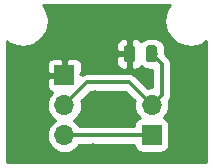
<source format=gbr>
G04 #@! TF.GenerationSoftware,KiCad,Pcbnew,(5.0.1)-4*
G04 #@! TF.CreationDate,2019-11-20T14:17:43-05:00*
G04 #@! TF.ProjectId,photodiode,70686F746F64696F64652E6B69636164,rev?*
G04 #@! TF.SameCoordinates,Original*
G04 #@! TF.FileFunction,Copper,L1,Top,Signal*
G04 #@! TF.FilePolarity,Positive*
%FSLAX46Y46*%
G04 Gerber Fmt 4.6, Leading zero omitted, Abs format (unit mm)*
G04 Created by KiCad (PCBNEW (5.0.1)-4) date 11/20/2019 2:17:43 PM*
%MOMM*%
%LPD*%
G01*
G04 APERTURE LIST*
G04 #@! TA.AperFunction,ComponentPad*
%ADD10R,1.700000X1.700000*%
G04 #@! TD*
G04 #@! TA.AperFunction,ComponentPad*
%ADD11O,1.700000X1.700000*%
G04 #@! TD*
G04 #@! TA.AperFunction,Conductor*
%ADD12C,0.100000*%
G04 #@! TD*
G04 #@! TA.AperFunction,SMDPad,CuDef*
%ADD13C,0.975000*%
G04 #@! TD*
G04 #@! TA.AperFunction,ViaPad*
%ADD14C,0.800000*%
G04 #@! TD*
G04 #@! TA.AperFunction,Conductor*
%ADD15C,0.250000*%
G04 #@! TD*
G04 #@! TA.AperFunction,Conductor*
%ADD16C,0.304800*%
G04 #@! TD*
G04 #@! TA.AperFunction,Conductor*
%ADD17C,0.254000*%
G04 #@! TD*
G04 APERTURE END LIST*
D10*
G04 #@! TO.P,D1,1*
G04 #@! TO.N,VCC*
X111528860Y-76733400D03*
D11*
G04 #@! TO.P,D1,2*
G04 #@! TO.N,/A0*
X111528860Y-74193400D03*
G04 #@! TD*
D10*
G04 #@! TO.P,J1,1*
G04 #@! TO.N,GND*
X104140000Y-71675001D03*
D11*
G04 #@! TO.P,J1,2*
G04 #@! TO.N,/A0*
X104140000Y-74215001D03*
G04 #@! TO.P,J1,3*
G04 #@! TO.N,VCC*
X104140000Y-76755001D03*
G04 #@! TD*
D12*
G04 #@! TO.N,GND*
G04 #@! TO.C,R1*
G36*
X109911582Y-69156254D02*
X109935243Y-69159764D01*
X109958447Y-69165576D01*
X109980969Y-69173634D01*
X110002593Y-69183862D01*
X110023110Y-69196159D01*
X110042323Y-69210409D01*
X110060047Y-69226473D01*
X110076111Y-69244197D01*
X110090361Y-69263410D01*
X110102658Y-69283927D01*
X110112886Y-69305551D01*
X110120944Y-69328073D01*
X110126756Y-69351277D01*
X110130266Y-69374938D01*
X110131440Y-69398830D01*
X110131440Y-70311330D01*
X110130266Y-70335222D01*
X110126756Y-70358883D01*
X110120944Y-70382087D01*
X110112886Y-70404609D01*
X110102658Y-70426233D01*
X110090361Y-70446750D01*
X110076111Y-70465963D01*
X110060047Y-70483687D01*
X110042323Y-70499751D01*
X110023110Y-70514001D01*
X110002593Y-70526298D01*
X109980969Y-70536526D01*
X109958447Y-70544584D01*
X109935243Y-70550396D01*
X109911582Y-70553906D01*
X109887690Y-70555080D01*
X109400190Y-70555080D01*
X109376298Y-70553906D01*
X109352637Y-70550396D01*
X109329433Y-70544584D01*
X109306911Y-70536526D01*
X109285287Y-70526298D01*
X109264770Y-70514001D01*
X109245557Y-70499751D01*
X109227833Y-70483687D01*
X109211769Y-70465963D01*
X109197519Y-70446750D01*
X109185222Y-70426233D01*
X109174994Y-70404609D01*
X109166936Y-70382087D01*
X109161124Y-70358883D01*
X109157614Y-70335222D01*
X109156440Y-70311330D01*
X109156440Y-69398830D01*
X109157614Y-69374938D01*
X109161124Y-69351277D01*
X109166936Y-69328073D01*
X109174994Y-69305551D01*
X109185222Y-69283927D01*
X109197519Y-69263410D01*
X109211769Y-69244197D01*
X109227833Y-69226473D01*
X109245557Y-69210409D01*
X109264770Y-69196159D01*
X109285287Y-69183862D01*
X109306911Y-69173634D01*
X109329433Y-69165576D01*
X109352637Y-69159764D01*
X109376298Y-69156254D01*
X109400190Y-69155080D01*
X109887690Y-69155080D01*
X109911582Y-69156254D01*
X109911582Y-69156254D01*
G37*
D13*
G04 #@! TD*
G04 #@! TO.P,R1,1*
G04 #@! TO.N,GND*
X109643940Y-69855080D03*
D12*
G04 #@! TO.N,/A0*
G04 #@! TO.C,R1*
G36*
X111786582Y-69156254D02*
X111810243Y-69159764D01*
X111833447Y-69165576D01*
X111855969Y-69173634D01*
X111877593Y-69183862D01*
X111898110Y-69196159D01*
X111917323Y-69210409D01*
X111935047Y-69226473D01*
X111951111Y-69244197D01*
X111965361Y-69263410D01*
X111977658Y-69283927D01*
X111987886Y-69305551D01*
X111995944Y-69328073D01*
X112001756Y-69351277D01*
X112005266Y-69374938D01*
X112006440Y-69398830D01*
X112006440Y-70311330D01*
X112005266Y-70335222D01*
X112001756Y-70358883D01*
X111995944Y-70382087D01*
X111987886Y-70404609D01*
X111977658Y-70426233D01*
X111965361Y-70446750D01*
X111951111Y-70465963D01*
X111935047Y-70483687D01*
X111917323Y-70499751D01*
X111898110Y-70514001D01*
X111877593Y-70526298D01*
X111855969Y-70536526D01*
X111833447Y-70544584D01*
X111810243Y-70550396D01*
X111786582Y-70553906D01*
X111762690Y-70555080D01*
X111275190Y-70555080D01*
X111251298Y-70553906D01*
X111227637Y-70550396D01*
X111204433Y-70544584D01*
X111181911Y-70536526D01*
X111160287Y-70526298D01*
X111139770Y-70514001D01*
X111120557Y-70499751D01*
X111102833Y-70483687D01*
X111086769Y-70465963D01*
X111072519Y-70446750D01*
X111060222Y-70426233D01*
X111049994Y-70404609D01*
X111041936Y-70382087D01*
X111036124Y-70358883D01*
X111032614Y-70335222D01*
X111031440Y-70311330D01*
X111031440Y-69398830D01*
X111032614Y-69374938D01*
X111036124Y-69351277D01*
X111041936Y-69328073D01*
X111049994Y-69305551D01*
X111060222Y-69283927D01*
X111072519Y-69263410D01*
X111086769Y-69244197D01*
X111102833Y-69226473D01*
X111120557Y-69210409D01*
X111139770Y-69196159D01*
X111160287Y-69183862D01*
X111181911Y-69173634D01*
X111204433Y-69165576D01*
X111227637Y-69159764D01*
X111251298Y-69156254D01*
X111275190Y-69155080D01*
X111762690Y-69155080D01*
X111786582Y-69156254D01*
X111786582Y-69156254D01*
G37*
D13*
G04 #@! TD*
G04 #@! TO.P,R1,2*
G04 #@! TO.N,/A0*
X111518940Y-69855080D03*
D14*
G04 #@! TO.N,GND*
X107866180Y-75316080D03*
X106573320Y-77861160D03*
X109197140Y-77952600D03*
X106738420Y-73350120D03*
X109004100Y-73400920D03*
X107955080Y-71122540D03*
G04 #@! TD*
D15*
G04 #@! TO.N,GND*
X104140000Y-70575001D02*
X104140000Y-71675001D01*
D16*
G04 #@! TO.N,/A0*
X112075177Y-70411317D02*
X111518940Y-69855080D01*
X112378859Y-70714999D02*
X112075177Y-70411317D01*
X112378859Y-73343401D02*
X112378859Y-70714999D01*
X111528860Y-74193400D02*
X112378859Y-73343401D01*
X104161601Y-74193400D02*
X104140000Y-74215001D01*
X104140000Y-74215001D02*
X106081841Y-72273160D01*
X109608620Y-72273160D02*
X111528860Y-74193400D01*
X106081841Y-72273160D02*
X109608620Y-72273160D01*
G04 #@! TO.N,VCC*
X111507259Y-76755001D02*
X111528860Y-76733400D01*
X104140000Y-76755001D02*
X111507259Y-76755001D01*
G04 #@! TD*
D17*
G04 #@! TO.N,GND*
G36*
X112946145Y-65856116D02*
X112748545Y-66240604D01*
X112629389Y-66656150D01*
X112593216Y-67086926D01*
X112641403Y-67516524D01*
X112772115Y-67928581D01*
X112980374Y-68307402D01*
X113258246Y-68638557D01*
X113595147Y-68909433D01*
X113978246Y-69109712D01*
X114392950Y-69231766D01*
X114823463Y-69270946D01*
X115253388Y-69225759D01*
X115666347Y-69097927D01*
X116046612Y-68892318D01*
X116145000Y-68810924D01*
X116145001Y-79061000D01*
X99247000Y-79061000D01*
X99247000Y-74215001D01*
X102647815Y-74215001D01*
X102676487Y-74506112D01*
X102761401Y-74786035D01*
X102899294Y-75044015D01*
X103084866Y-75270135D01*
X103310986Y-75455707D01*
X103365791Y-75485001D01*
X103310986Y-75514295D01*
X103084866Y-75699867D01*
X102899294Y-75925987D01*
X102761401Y-76183967D01*
X102676487Y-76463890D01*
X102647815Y-76755001D01*
X102676487Y-77046112D01*
X102761401Y-77326035D01*
X102899294Y-77584015D01*
X103084866Y-77810135D01*
X103310986Y-77995707D01*
X103568966Y-78133600D01*
X103848889Y-78218514D01*
X104067050Y-78240001D01*
X104212950Y-78240001D01*
X104431111Y-78218514D01*
X104711034Y-78133600D01*
X104969014Y-77995707D01*
X105195134Y-77810135D01*
X105380706Y-77584015D01*
X105402949Y-77542401D01*
X110040788Y-77542401D01*
X110040788Y-77583400D01*
X110053048Y-77707882D01*
X110089358Y-77827580D01*
X110148323Y-77937894D01*
X110227675Y-78034585D01*
X110324366Y-78113937D01*
X110434680Y-78172902D01*
X110554378Y-78209212D01*
X110678860Y-78221472D01*
X112378860Y-78221472D01*
X112503342Y-78209212D01*
X112623040Y-78172902D01*
X112733354Y-78113937D01*
X112830045Y-78034585D01*
X112909397Y-77937894D01*
X112968362Y-77827580D01*
X113004672Y-77707882D01*
X113016932Y-77583400D01*
X113016932Y-75883400D01*
X113004672Y-75758918D01*
X112968362Y-75639220D01*
X112909397Y-75528906D01*
X112830045Y-75432215D01*
X112733354Y-75352863D01*
X112623040Y-75293898D01*
X112554173Y-75273007D01*
X112583994Y-75248534D01*
X112769566Y-75022414D01*
X112907459Y-74764434D01*
X112992373Y-74484511D01*
X113021045Y-74193400D01*
X112992373Y-73902289D01*
X112977916Y-73854632D01*
X113036725Y-73782973D01*
X113109841Y-73646184D01*
X113154865Y-73497758D01*
X113166259Y-73382074D01*
X113166259Y-73382065D01*
X113170067Y-73343402D01*
X113166259Y-73304739D01*
X113166259Y-70753661D01*
X113170067Y-70714998D01*
X113166259Y-70676335D01*
X113166259Y-70676326D01*
X113154865Y-70560642D01*
X113109841Y-70412216D01*
X113036725Y-70275427D01*
X112938328Y-70155530D01*
X112908286Y-70130875D01*
X112659302Y-69881892D01*
X112659298Y-69881887D01*
X112644512Y-69867101D01*
X112644512Y-69398830D01*
X112627568Y-69226795D01*
X112577387Y-69061371D01*
X112495898Y-68908916D01*
X112386232Y-68775288D01*
X112252604Y-68665622D01*
X112100149Y-68584133D01*
X111934725Y-68533952D01*
X111762690Y-68517008D01*
X111275190Y-68517008D01*
X111103155Y-68533952D01*
X110937731Y-68584133D01*
X110785276Y-68665622D01*
X110651648Y-68775288D01*
X110645988Y-68782185D01*
X110624677Y-68750291D01*
X110536229Y-68661843D01*
X110432225Y-68592350D01*
X110316663Y-68544483D01*
X110193982Y-68520080D01*
X109929690Y-68520080D01*
X109770940Y-68678830D01*
X109770940Y-69728080D01*
X109790940Y-69728080D01*
X109790940Y-69982080D01*
X109770940Y-69982080D01*
X109770940Y-71031330D01*
X109929690Y-71190080D01*
X110193982Y-71190080D01*
X110316663Y-71165677D01*
X110432225Y-71117810D01*
X110536229Y-71048317D01*
X110624677Y-70959869D01*
X110645988Y-70927975D01*
X110651648Y-70934872D01*
X110785276Y-71044538D01*
X110937731Y-71126027D01*
X111103155Y-71176208D01*
X111275190Y-71193152D01*
X111591460Y-71193152D01*
X111591459Y-72708400D01*
X111455910Y-72708400D01*
X111237749Y-72729887D01*
X111192595Y-72743584D01*
X110192747Y-71743737D01*
X110168089Y-71713691D01*
X110048192Y-71615294D01*
X109911403Y-71542178D01*
X109762977Y-71497154D01*
X109647293Y-71485760D01*
X109647283Y-71485760D01*
X109608620Y-71481952D01*
X109569957Y-71485760D01*
X106120504Y-71485760D01*
X106081841Y-71481952D01*
X106043178Y-71485760D01*
X106043168Y-71485760D01*
X105927484Y-71497154D01*
X105779058Y-71542178D01*
X105642268Y-71615294D01*
X105625000Y-71629466D01*
X105625000Y-71547999D01*
X105466252Y-71547999D01*
X105625000Y-71389251D01*
X105625000Y-70762459D01*
X105600597Y-70639778D01*
X105552730Y-70524216D01*
X105483237Y-70420212D01*
X105394789Y-70331764D01*
X105290785Y-70262271D01*
X105175223Y-70214404D01*
X105052542Y-70190001D01*
X104425750Y-70190001D01*
X104267000Y-70348751D01*
X104267000Y-71548001D01*
X104287000Y-71548001D01*
X104287000Y-71802001D01*
X104267000Y-71802001D01*
X104267000Y-71822001D01*
X104013000Y-71822001D01*
X104013000Y-71802001D01*
X102813750Y-71802001D01*
X102655000Y-71960751D01*
X102655000Y-72587543D01*
X102679403Y-72710224D01*
X102727270Y-72825786D01*
X102796763Y-72929790D01*
X102885211Y-73018238D01*
X102989215Y-73087731D01*
X103104777Y-73135598D01*
X103112553Y-73137145D01*
X103084866Y-73159867D01*
X102899294Y-73385987D01*
X102761401Y-73643967D01*
X102676487Y-73923890D01*
X102647815Y-74215001D01*
X99247000Y-74215001D01*
X99247000Y-70762459D01*
X102655000Y-70762459D01*
X102655000Y-71389251D01*
X102813750Y-71548001D01*
X104013000Y-71548001D01*
X104013000Y-70348751D01*
X103854250Y-70190001D01*
X103227458Y-70190001D01*
X103104777Y-70214404D01*
X102989215Y-70262271D01*
X102885211Y-70331764D01*
X102796763Y-70420212D01*
X102727270Y-70524216D01*
X102679403Y-70639778D01*
X102655000Y-70762459D01*
X99247000Y-70762459D01*
X99247000Y-70140830D01*
X108521440Y-70140830D01*
X108521440Y-70617622D01*
X108545843Y-70740303D01*
X108593710Y-70855865D01*
X108663203Y-70959869D01*
X108751651Y-71048317D01*
X108855655Y-71117810D01*
X108971217Y-71165677D01*
X109093898Y-71190080D01*
X109358190Y-71190080D01*
X109516940Y-71031330D01*
X109516940Y-69982080D01*
X108680190Y-69982080D01*
X108521440Y-70140830D01*
X99247000Y-70140830D01*
X99247000Y-68809616D01*
X99371147Y-68909433D01*
X99754246Y-69109712D01*
X100168950Y-69231766D01*
X100599463Y-69270946D01*
X101029388Y-69225759D01*
X101442347Y-69097927D01*
X101452313Y-69092538D01*
X108521440Y-69092538D01*
X108521440Y-69569330D01*
X108680190Y-69728080D01*
X109516940Y-69728080D01*
X109516940Y-68678830D01*
X109358190Y-68520080D01*
X109093898Y-68520080D01*
X108971217Y-68544483D01*
X108855655Y-68592350D01*
X108751651Y-68661843D01*
X108663203Y-68750291D01*
X108593710Y-68854295D01*
X108545843Y-68969857D01*
X108521440Y-69092538D01*
X101452313Y-69092538D01*
X101822612Y-68892318D01*
X102155699Y-68616765D01*
X102428921Y-68281762D01*
X102631869Y-67900071D01*
X102756816Y-67486229D01*
X102799000Y-67056000D01*
X102798136Y-66994154D01*
X102743956Y-66565270D01*
X102607503Y-66155078D01*
X102393976Y-65779202D01*
X102342011Y-65719000D01*
X113054822Y-65719000D01*
X112946145Y-65856116D01*
X112946145Y-65856116D01*
G37*
X112946145Y-65856116D02*
X112748545Y-66240604D01*
X112629389Y-66656150D01*
X112593216Y-67086926D01*
X112641403Y-67516524D01*
X112772115Y-67928581D01*
X112980374Y-68307402D01*
X113258246Y-68638557D01*
X113595147Y-68909433D01*
X113978246Y-69109712D01*
X114392950Y-69231766D01*
X114823463Y-69270946D01*
X115253388Y-69225759D01*
X115666347Y-69097927D01*
X116046612Y-68892318D01*
X116145000Y-68810924D01*
X116145001Y-79061000D01*
X99247000Y-79061000D01*
X99247000Y-74215001D01*
X102647815Y-74215001D01*
X102676487Y-74506112D01*
X102761401Y-74786035D01*
X102899294Y-75044015D01*
X103084866Y-75270135D01*
X103310986Y-75455707D01*
X103365791Y-75485001D01*
X103310986Y-75514295D01*
X103084866Y-75699867D01*
X102899294Y-75925987D01*
X102761401Y-76183967D01*
X102676487Y-76463890D01*
X102647815Y-76755001D01*
X102676487Y-77046112D01*
X102761401Y-77326035D01*
X102899294Y-77584015D01*
X103084866Y-77810135D01*
X103310986Y-77995707D01*
X103568966Y-78133600D01*
X103848889Y-78218514D01*
X104067050Y-78240001D01*
X104212950Y-78240001D01*
X104431111Y-78218514D01*
X104711034Y-78133600D01*
X104969014Y-77995707D01*
X105195134Y-77810135D01*
X105380706Y-77584015D01*
X105402949Y-77542401D01*
X110040788Y-77542401D01*
X110040788Y-77583400D01*
X110053048Y-77707882D01*
X110089358Y-77827580D01*
X110148323Y-77937894D01*
X110227675Y-78034585D01*
X110324366Y-78113937D01*
X110434680Y-78172902D01*
X110554378Y-78209212D01*
X110678860Y-78221472D01*
X112378860Y-78221472D01*
X112503342Y-78209212D01*
X112623040Y-78172902D01*
X112733354Y-78113937D01*
X112830045Y-78034585D01*
X112909397Y-77937894D01*
X112968362Y-77827580D01*
X113004672Y-77707882D01*
X113016932Y-77583400D01*
X113016932Y-75883400D01*
X113004672Y-75758918D01*
X112968362Y-75639220D01*
X112909397Y-75528906D01*
X112830045Y-75432215D01*
X112733354Y-75352863D01*
X112623040Y-75293898D01*
X112554173Y-75273007D01*
X112583994Y-75248534D01*
X112769566Y-75022414D01*
X112907459Y-74764434D01*
X112992373Y-74484511D01*
X113021045Y-74193400D01*
X112992373Y-73902289D01*
X112977916Y-73854632D01*
X113036725Y-73782973D01*
X113109841Y-73646184D01*
X113154865Y-73497758D01*
X113166259Y-73382074D01*
X113166259Y-73382065D01*
X113170067Y-73343402D01*
X113166259Y-73304739D01*
X113166259Y-70753661D01*
X113170067Y-70714998D01*
X113166259Y-70676335D01*
X113166259Y-70676326D01*
X113154865Y-70560642D01*
X113109841Y-70412216D01*
X113036725Y-70275427D01*
X112938328Y-70155530D01*
X112908286Y-70130875D01*
X112659302Y-69881892D01*
X112659298Y-69881887D01*
X112644512Y-69867101D01*
X112644512Y-69398830D01*
X112627568Y-69226795D01*
X112577387Y-69061371D01*
X112495898Y-68908916D01*
X112386232Y-68775288D01*
X112252604Y-68665622D01*
X112100149Y-68584133D01*
X111934725Y-68533952D01*
X111762690Y-68517008D01*
X111275190Y-68517008D01*
X111103155Y-68533952D01*
X110937731Y-68584133D01*
X110785276Y-68665622D01*
X110651648Y-68775288D01*
X110645988Y-68782185D01*
X110624677Y-68750291D01*
X110536229Y-68661843D01*
X110432225Y-68592350D01*
X110316663Y-68544483D01*
X110193982Y-68520080D01*
X109929690Y-68520080D01*
X109770940Y-68678830D01*
X109770940Y-69728080D01*
X109790940Y-69728080D01*
X109790940Y-69982080D01*
X109770940Y-69982080D01*
X109770940Y-71031330D01*
X109929690Y-71190080D01*
X110193982Y-71190080D01*
X110316663Y-71165677D01*
X110432225Y-71117810D01*
X110536229Y-71048317D01*
X110624677Y-70959869D01*
X110645988Y-70927975D01*
X110651648Y-70934872D01*
X110785276Y-71044538D01*
X110937731Y-71126027D01*
X111103155Y-71176208D01*
X111275190Y-71193152D01*
X111591460Y-71193152D01*
X111591459Y-72708400D01*
X111455910Y-72708400D01*
X111237749Y-72729887D01*
X111192595Y-72743584D01*
X110192747Y-71743737D01*
X110168089Y-71713691D01*
X110048192Y-71615294D01*
X109911403Y-71542178D01*
X109762977Y-71497154D01*
X109647293Y-71485760D01*
X109647283Y-71485760D01*
X109608620Y-71481952D01*
X109569957Y-71485760D01*
X106120504Y-71485760D01*
X106081841Y-71481952D01*
X106043178Y-71485760D01*
X106043168Y-71485760D01*
X105927484Y-71497154D01*
X105779058Y-71542178D01*
X105642268Y-71615294D01*
X105625000Y-71629466D01*
X105625000Y-71547999D01*
X105466252Y-71547999D01*
X105625000Y-71389251D01*
X105625000Y-70762459D01*
X105600597Y-70639778D01*
X105552730Y-70524216D01*
X105483237Y-70420212D01*
X105394789Y-70331764D01*
X105290785Y-70262271D01*
X105175223Y-70214404D01*
X105052542Y-70190001D01*
X104425750Y-70190001D01*
X104267000Y-70348751D01*
X104267000Y-71548001D01*
X104287000Y-71548001D01*
X104287000Y-71802001D01*
X104267000Y-71802001D01*
X104267000Y-71822001D01*
X104013000Y-71822001D01*
X104013000Y-71802001D01*
X102813750Y-71802001D01*
X102655000Y-71960751D01*
X102655000Y-72587543D01*
X102679403Y-72710224D01*
X102727270Y-72825786D01*
X102796763Y-72929790D01*
X102885211Y-73018238D01*
X102989215Y-73087731D01*
X103104777Y-73135598D01*
X103112553Y-73137145D01*
X103084866Y-73159867D01*
X102899294Y-73385987D01*
X102761401Y-73643967D01*
X102676487Y-73923890D01*
X102647815Y-74215001D01*
X99247000Y-74215001D01*
X99247000Y-70762459D01*
X102655000Y-70762459D01*
X102655000Y-71389251D01*
X102813750Y-71548001D01*
X104013000Y-71548001D01*
X104013000Y-70348751D01*
X103854250Y-70190001D01*
X103227458Y-70190001D01*
X103104777Y-70214404D01*
X102989215Y-70262271D01*
X102885211Y-70331764D01*
X102796763Y-70420212D01*
X102727270Y-70524216D01*
X102679403Y-70639778D01*
X102655000Y-70762459D01*
X99247000Y-70762459D01*
X99247000Y-70140830D01*
X108521440Y-70140830D01*
X108521440Y-70617622D01*
X108545843Y-70740303D01*
X108593710Y-70855865D01*
X108663203Y-70959869D01*
X108751651Y-71048317D01*
X108855655Y-71117810D01*
X108971217Y-71165677D01*
X109093898Y-71190080D01*
X109358190Y-71190080D01*
X109516940Y-71031330D01*
X109516940Y-69982080D01*
X108680190Y-69982080D01*
X108521440Y-70140830D01*
X99247000Y-70140830D01*
X99247000Y-68809616D01*
X99371147Y-68909433D01*
X99754246Y-69109712D01*
X100168950Y-69231766D01*
X100599463Y-69270946D01*
X101029388Y-69225759D01*
X101442347Y-69097927D01*
X101452313Y-69092538D01*
X108521440Y-69092538D01*
X108521440Y-69569330D01*
X108680190Y-69728080D01*
X109516940Y-69728080D01*
X109516940Y-68678830D01*
X109358190Y-68520080D01*
X109093898Y-68520080D01*
X108971217Y-68544483D01*
X108855655Y-68592350D01*
X108751651Y-68661843D01*
X108663203Y-68750291D01*
X108593710Y-68854295D01*
X108545843Y-68969857D01*
X108521440Y-69092538D01*
X101452313Y-69092538D01*
X101822612Y-68892318D01*
X102155699Y-68616765D01*
X102428921Y-68281762D01*
X102631869Y-67900071D01*
X102756816Y-67486229D01*
X102799000Y-67056000D01*
X102798136Y-66994154D01*
X102743956Y-66565270D01*
X102607503Y-66155078D01*
X102393976Y-65779202D01*
X102342011Y-65719000D01*
X113054822Y-65719000D01*
X112946145Y-65856116D01*
G36*
X110079044Y-73857135D02*
X110065347Y-73902289D01*
X110036675Y-74193400D01*
X110065347Y-74484511D01*
X110150261Y-74764434D01*
X110288154Y-75022414D01*
X110473726Y-75248534D01*
X110503547Y-75273007D01*
X110434680Y-75293898D01*
X110324366Y-75352863D01*
X110227675Y-75432215D01*
X110148323Y-75528906D01*
X110089358Y-75639220D01*
X110053048Y-75758918D01*
X110040788Y-75883400D01*
X110040788Y-75967601D01*
X105402949Y-75967601D01*
X105380706Y-75925987D01*
X105195134Y-75699867D01*
X104969014Y-75514295D01*
X104914209Y-75485001D01*
X104969014Y-75455707D01*
X105195134Y-75270135D01*
X105380706Y-75044015D01*
X105518599Y-74786035D01*
X105603513Y-74506112D01*
X105632185Y-74215001D01*
X105603513Y-73923890D01*
X105589816Y-73878736D01*
X106407992Y-73060560D01*
X109282470Y-73060560D01*
X110079044Y-73857135D01*
X110079044Y-73857135D01*
G37*
X110079044Y-73857135D02*
X110065347Y-73902289D01*
X110036675Y-74193400D01*
X110065347Y-74484511D01*
X110150261Y-74764434D01*
X110288154Y-75022414D01*
X110473726Y-75248534D01*
X110503547Y-75273007D01*
X110434680Y-75293898D01*
X110324366Y-75352863D01*
X110227675Y-75432215D01*
X110148323Y-75528906D01*
X110089358Y-75639220D01*
X110053048Y-75758918D01*
X110040788Y-75883400D01*
X110040788Y-75967601D01*
X105402949Y-75967601D01*
X105380706Y-75925987D01*
X105195134Y-75699867D01*
X104969014Y-75514295D01*
X104914209Y-75485001D01*
X104969014Y-75455707D01*
X105195134Y-75270135D01*
X105380706Y-75044015D01*
X105518599Y-74786035D01*
X105603513Y-74506112D01*
X105632185Y-74215001D01*
X105603513Y-73923890D01*
X105589816Y-73878736D01*
X106407992Y-73060560D01*
X109282470Y-73060560D01*
X110079044Y-73857135D01*
G04 #@! TD*
M02*

</source>
